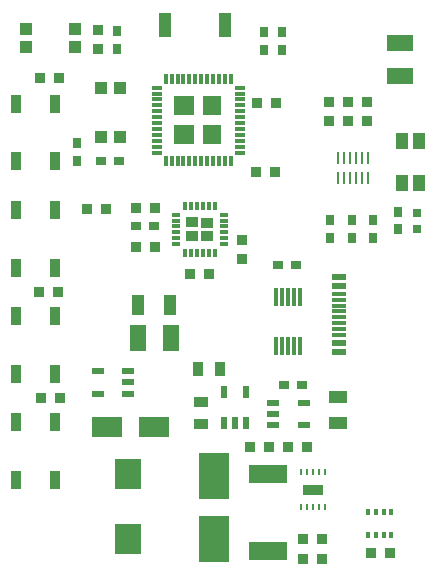
<source format=gtp>
G04 Layer_Color=8421504*
%FSLAX44Y44*%
%MOMM*%
G71*
G01*
G75*
%ADD10R,0.9500X0.9000*%
G04:AMPARAMS|DCode=11|XSize=0.99mm|YSize=0.22mm|CornerRadius=0.022mm|HoleSize=0mm|Usage=FLASHONLY|Rotation=270.000|XOffset=0mm|YOffset=0mm|HoleType=Round|Shape=RoundedRectangle|*
%AMROUNDEDRECTD11*
21,1,0.9900,0.1760,0,0,270.0*
21,1,0.9460,0.2200,0,0,270.0*
1,1,0.0440,-0.0880,-0.4730*
1,1,0.0440,-0.0880,0.4730*
1,1,0.0440,0.0880,0.4730*
1,1,0.0440,0.0880,-0.4730*
%
%ADD11ROUNDEDRECTD11*%
%ADD12R,0.9000X1.5000*%
%ADD14R,0.3000X0.7500*%
%ADD15R,0.7500X0.3000*%
%ADD16R,0.9000X0.9500*%
G04:AMPARAMS|DCode=17|XSize=0.8mm|YSize=0.3mm|CornerRadius=0.0135mm|HoleSize=0mm|Usage=FLASHONLY|Rotation=90.000|XOffset=0mm|YOffset=0mm|HoleType=Round|Shape=RoundedRectangle|*
%AMROUNDEDRECTD17*
21,1,0.8000,0.2730,0,0,90.0*
21,1,0.7730,0.3000,0,0,90.0*
1,1,0.0270,0.1365,0.3865*
1,1,0.0270,0.1365,-0.3865*
1,1,0.0270,-0.1365,-0.3865*
1,1,0.0270,-0.1365,0.3865*
%
%ADD17ROUNDEDRECTD17*%
G04:AMPARAMS|DCode=18|XSize=0.8mm|YSize=0.3mm|CornerRadius=0.0135mm|HoleSize=0mm|Usage=FLASHONLY|Rotation=180.000|XOffset=0mm|YOffset=0mm|HoleType=Round|Shape=RoundedRectangle|*
%AMROUNDEDRECTD18*
21,1,0.8000,0.2730,0,0,180.0*
21,1,0.7730,0.3000,0,0,180.0*
1,1,0.0270,-0.3865,0.1365*
1,1,0.0270,0.3865,0.1365*
1,1,0.0270,0.3865,-0.1365*
1,1,0.0270,-0.3865,-0.1365*
%
%ADD18ROUNDEDRECTD18*%
%ADD20R,2.5000X1.7000*%
%ADD21R,2.2000X2.6000*%
%ADD22R,3.2000X1.6000*%
%ADD23R,1.1000X0.6000*%
%ADD24R,1.3500X2.2000*%
%ADD25R,0.9000X1.3000*%
%ADD26R,1.3000X0.9000*%
%ADD27R,0.6000X1.1000*%
%ADD28R,1.1000X1.7000*%
%ADD31R,0.4500X0.4900*%
%ADD32R,1.5000X1.0000*%
%ADD33R,0.9000X0.8000*%
%ADD34R,0.3000X1.6000*%
%ADD35R,0.8000X0.9000*%
%ADD36R,1.1500X0.3000*%
%ADD37R,1.1500X0.6000*%
%ADD38R,0.7000X0.7000*%
%ADD39R,1.0500X1.4000*%
%ADD40R,1.0000X1.0000*%
%ADD41R,1.0000X1.0000*%
%ADD42R,1.0000X2.0000*%
%ADD43R,2.2000X1.3500*%
%ADD44R,2.5000X4.0000*%
%ADD59R,1.1000X0.9250*%
%ADD60R,1.7250X0.8500*%
%ADD61R,0.2000X0.6000*%
G36*
X194050Y364180D02*
X178950D01*
Y380550D01*
X194050D01*
Y364180D01*
D02*
G37*
G36*
X171050D02*
X154680D01*
Y380550D01*
X171050D01*
Y364180D01*
D02*
G37*
G36*
X194050Y388450D02*
X178950D01*
Y404820D01*
X194050D01*
Y388450D01*
D02*
G37*
G36*
X171050D02*
X154680D01*
Y404820D01*
X171050D01*
Y388450D01*
D02*
G37*
D10*
X240000Y341000D02*
D03*
X224000D02*
D03*
X225000Y399000D02*
D03*
X241000D02*
D03*
X58000Y149000D02*
D03*
X42000D02*
D03*
X219000Y108000D02*
D03*
X235000D02*
D03*
X267000D02*
D03*
X251000D02*
D03*
X264000Y13000D02*
D03*
X280000D02*
D03*
X280000Y30000D02*
D03*
X264000D02*
D03*
X321000Y17600D02*
D03*
X337000D02*
D03*
X168500Y254500D02*
D03*
X184500D02*
D03*
X56000Y239000D02*
D03*
X40000D02*
D03*
X138500Y277500D02*
D03*
X122500D02*
D03*
X138500Y310500D02*
D03*
X122500D02*
D03*
X81000Y309000D02*
D03*
X97000D02*
D03*
X57000Y420000D02*
D03*
X41000D02*
D03*
D11*
X318500Y352600D02*
D03*
X313500D02*
D03*
X308500D02*
D03*
X303500D02*
D03*
X298500D02*
D03*
X293500D02*
D03*
Y335400D02*
D03*
X298500D02*
D03*
X303500D02*
D03*
X308500D02*
D03*
X313500D02*
D03*
X318500D02*
D03*
D12*
X20500Y169500D02*
D03*
X53500D02*
D03*
X20500Y218500D02*
D03*
X53500D02*
D03*
X20500Y259500D02*
D03*
X53500D02*
D03*
X20500Y308500D02*
D03*
X53500D02*
D03*
X20500Y349500D02*
D03*
X53500D02*
D03*
X20500Y398500D02*
D03*
X53500D02*
D03*
X20500Y79500D02*
D03*
X53500D02*
D03*
X20500Y128500D02*
D03*
X53500D02*
D03*
D14*
X189000Y312000D02*
D03*
X184000D02*
D03*
X179000D02*
D03*
X174000D02*
D03*
X169000D02*
D03*
X164000D02*
D03*
Y272000D02*
D03*
X169000D02*
D03*
X174000D02*
D03*
X179000D02*
D03*
X184000D02*
D03*
X189000D02*
D03*
D15*
X156500Y304500D02*
D03*
Y299500D02*
D03*
Y294500D02*
D03*
Y289500D02*
D03*
Y284500D02*
D03*
Y279500D02*
D03*
X196500D02*
D03*
Y284500D02*
D03*
Y289500D02*
D03*
Y294500D02*
D03*
Y299500D02*
D03*
Y304500D02*
D03*
D16*
X318000Y384000D02*
D03*
Y400000D02*
D03*
X302000Y384000D02*
D03*
Y400000D02*
D03*
X286000Y384000D02*
D03*
Y400000D02*
D03*
X212000Y283000D02*
D03*
Y267000D02*
D03*
X90000Y461000D02*
D03*
Y445000D02*
D03*
D17*
X202500Y419500D02*
D03*
X197500D02*
D03*
X192500D02*
D03*
X187500D02*
D03*
X182500D02*
D03*
X177500D02*
D03*
X172500D02*
D03*
X167500D02*
D03*
X162500D02*
D03*
X157500D02*
D03*
X152500D02*
D03*
X147500D02*
D03*
Y349500D02*
D03*
X152500D02*
D03*
X157500D02*
D03*
X162500D02*
D03*
X167500D02*
D03*
X172500D02*
D03*
X177500D02*
D03*
X182500D02*
D03*
X187500D02*
D03*
X192500D02*
D03*
X197500D02*
D03*
X202500D02*
D03*
D18*
X140000Y412000D02*
D03*
Y407000D02*
D03*
Y402000D02*
D03*
Y397000D02*
D03*
Y392000D02*
D03*
Y387000D02*
D03*
Y382000D02*
D03*
Y377000D02*
D03*
Y372000D02*
D03*
Y367000D02*
D03*
Y362000D02*
D03*
Y357000D02*
D03*
X210000D02*
D03*
Y362000D02*
D03*
Y367000D02*
D03*
Y372000D02*
D03*
Y377000D02*
D03*
Y382000D02*
D03*
Y387000D02*
D03*
Y392000D02*
D03*
Y397000D02*
D03*
Y402000D02*
D03*
Y407000D02*
D03*
Y412000D02*
D03*
D20*
X138000Y125000D02*
D03*
X98000D02*
D03*
D21*
X116000Y84500D02*
D03*
Y29500D02*
D03*
D22*
X234000Y85000D02*
D03*
Y20000D02*
D03*
D23*
X116000Y153000D02*
D03*
Y162500D02*
D03*
Y172000D02*
D03*
X89800Y153000D02*
D03*
Y172000D02*
D03*
X238000Y145000D02*
D03*
Y135500D02*
D03*
Y126000D02*
D03*
X264200Y145000D02*
D03*
Y126000D02*
D03*
D24*
X123800Y200000D02*
D03*
X152000D02*
D03*
D25*
X174500Y174000D02*
D03*
X193500D02*
D03*
D26*
X177000Y146000D02*
D03*
Y127000D02*
D03*
D27*
X196500Y128000D02*
D03*
X206000D02*
D03*
X215500D02*
D03*
X196500Y154200D02*
D03*
X215500D02*
D03*
D28*
X124000Y228000D02*
D03*
X151000D02*
D03*
D31*
X332000Y53000D02*
D03*
X325500D02*
D03*
X319000D02*
D03*
X338500D02*
D03*
X332000Y33600D02*
D03*
X325500D02*
D03*
X319000D02*
D03*
X338500D02*
D03*
D32*
X293000Y128000D02*
D03*
Y150000D02*
D03*
D33*
X263000Y160000D02*
D03*
X248000D02*
D03*
X137500Y294500D02*
D03*
X122500D02*
D03*
X243000Y262000D02*
D03*
X258000D02*
D03*
X93000Y350000D02*
D03*
X108000D02*
D03*
D34*
X261000Y235000D02*
D03*
X256000D02*
D03*
X251000D02*
D03*
X246000D02*
D03*
X241000D02*
D03*
X261000Y193000D02*
D03*
X256000D02*
D03*
X251000D02*
D03*
X246000D02*
D03*
X241000D02*
D03*
D35*
X287000Y285000D02*
D03*
Y300000D02*
D03*
X305000Y285000D02*
D03*
Y300000D02*
D03*
X323000Y285000D02*
D03*
Y300000D02*
D03*
X344000Y307000D02*
D03*
Y292000D02*
D03*
X72000Y365000D02*
D03*
Y350000D02*
D03*
X106000Y460000D02*
D03*
Y445000D02*
D03*
X231000Y459000D02*
D03*
Y444000D02*
D03*
X246000Y459000D02*
D03*
Y444000D02*
D03*
D36*
X294450Y202500D02*
D03*
Y207500D02*
D03*
Y212500D02*
D03*
Y237500D02*
D03*
Y232500D02*
D03*
Y227500D02*
D03*
Y217500D02*
D03*
Y222500D02*
D03*
D37*
Y244000D02*
D03*
Y196000D02*
D03*
Y252000D02*
D03*
Y188000D02*
D03*
D38*
X360000Y306000D02*
D03*
Y292000D02*
D03*
D39*
X347500Y331000D02*
D03*
X362000D02*
D03*
X347500Y367000D02*
D03*
X362000D02*
D03*
D40*
X109000Y412000D02*
D03*
X93000D02*
D03*
X109000Y370000D02*
D03*
X93000D02*
D03*
D41*
X71000Y446000D02*
D03*
Y462000D02*
D03*
X29000Y446000D02*
D03*
Y462000D02*
D03*
D42*
X197500Y465000D02*
D03*
X146500D02*
D03*
D43*
X346000Y421800D02*
D03*
Y450000D02*
D03*
D44*
X188000Y83000D02*
D03*
Y30000D02*
D03*
D59*
X182500Y297625D02*
D03*
X169500Y297875D02*
D03*
X169500Y286375D02*
D03*
X182750Y286625D02*
D03*
D60*
X271875Y71750D02*
D03*
D61*
X282000Y86750D02*
D03*
X277000D02*
D03*
X272000D02*
D03*
X267000D02*
D03*
X262000D02*
D03*
X282000Y57250D02*
D03*
X277000D02*
D03*
X272000D02*
D03*
X267000D02*
D03*
X262000D02*
D03*
M02*

</source>
